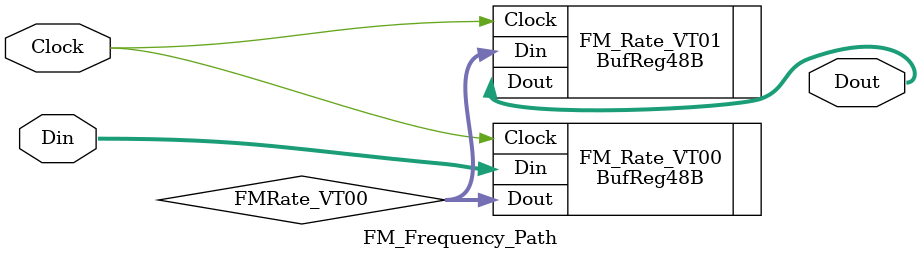
<source format=v>
`timescale	1ns/1ps

module	FM_Frequency_Path(Dout, Din, Clock)	;

output	[47:0]	Dout	;
wire	[47:0]	Dout	;

input	[47:0]	Din	;
wire	[47:0]	Din	;

input	Clock	;
wire	Clock	;

wire	[47:0]	FMRate_VT00	;


BufReg48B		FM_Rate_VT00(.Dout(FMRate_VT00), .Din(Din), .Clock(Clock))	;
BufReg48B		FM_Rate_VT01(.Dout(Dout), .Din(FMRate_VT00), .Clock(Clock))	;

endmodule

</source>
